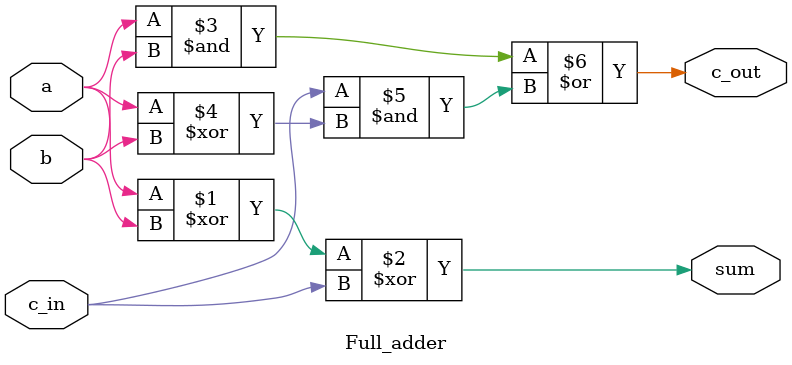
<source format=v>
module Full_adder (
input a,b, c_in , // Define input ports a, b and c_in
output sum , c_out ); // Define output ports sum and c_out
assign sum = a ^ b ^ c_in ; // Define Sum logic
assign c_out = ((a & b)| ( c_in & (a ^ b ))); // Define Carry_out logic
endmodule

</source>
